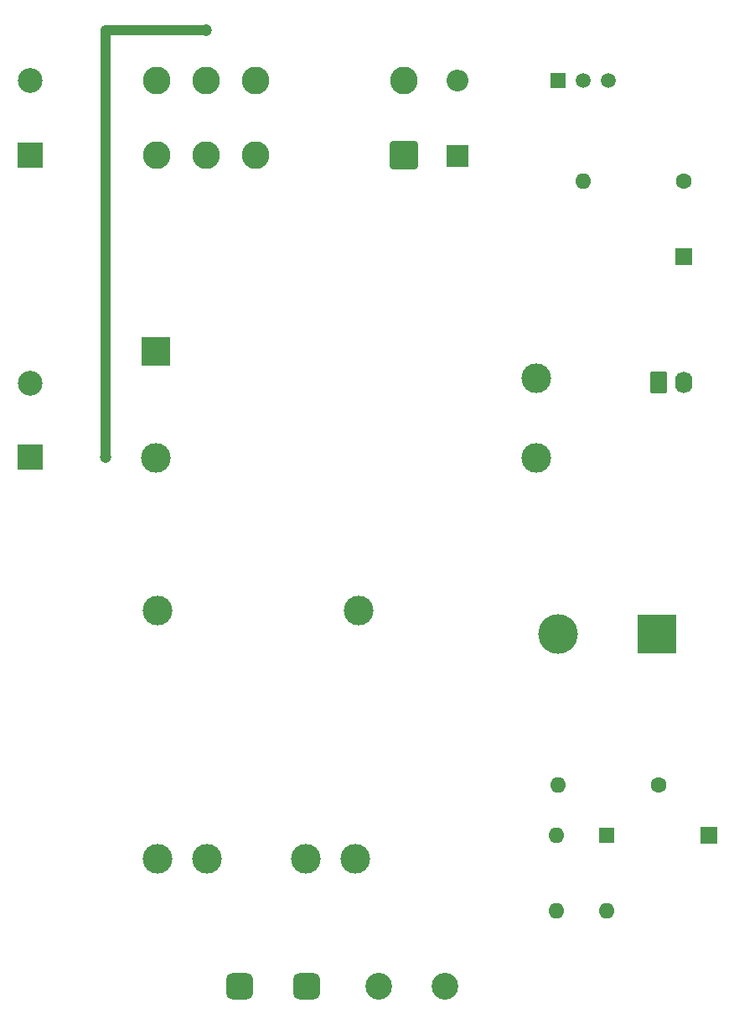
<source format=gbr>
%TF.GenerationSoftware,KiCad,Pcbnew,8.0.6*%
%TF.CreationDate,2025-01-21T14:29:15+01:00*%
%TF.ProjectId,Stromversorgung,5374726f-6d76-4657-9273-6f7267756e67,rev?*%
%TF.SameCoordinates,Original*%
%TF.FileFunction,Copper,L1,Top*%
%TF.FilePolarity,Positive*%
%FSLAX46Y46*%
G04 Gerber Fmt 4.6, Leading zero omitted, Abs format (unit mm)*
G04 Created by KiCad (PCBNEW 8.0.6) date 2025-01-21 14:29:15*
%MOMM*%
%LPD*%
G01*
G04 APERTURE LIST*
G04 Aperture macros list*
%AMRoundRect*
0 Rectangle with rounded corners*
0 $1 Rounding radius*
0 $2 $3 $4 $5 $6 $7 $8 $9 X,Y pos of 4 corners*
0 Add a 4 corners polygon primitive as box body*
4,1,4,$2,$3,$4,$5,$6,$7,$8,$9,$2,$3,0*
0 Add four circle primitives for the rounded corners*
1,1,$1+$1,$2,$3*
1,1,$1+$1,$4,$5*
1,1,$1+$1,$6,$7*
1,1,$1+$1,$8,$9*
0 Add four rect primitives between the rounded corners*
20,1,$1+$1,$2,$3,$4,$5,0*
20,1,$1+$1,$4,$5,$6,$7,0*
20,1,$1+$1,$6,$7,$8,$9,0*
20,1,$1+$1,$8,$9,$2,$3,0*%
G04 Aperture macros list end*
%TA.AperFunction,ComponentPad*%
%ADD10C,3.000000*%
%TD*%
%TA.AperFunction,ComponentPad*%
%ADD11RoundRect,0.675000X-0.675000X-0.675000X0.675000X-0.675000X0.675000X0.675000X-0.675000X0.675000X0*%
%TD*%
%TA.AperFunction,ComponentPad*%
%ADD12C,2.700000*%
%TD*%
%TA.AperFunction,ComponentPad*%
%ADD13RoundRect,0.250000X-0.620000X-0.845000X0.620000X-0.845000X0.620000X0.845000X-0.620000X0.845000X0*%
%TD*%
%TA.AperFunction,ComponentPad*%
%ADD14O,1.740000X2.190000*%
%TD*%
%TA.AperFunction,ComponentPad*%
%ADD15R,1.700000X1.700000*%
%TD*%
%TA.AperFunction,ComponentPad*%
%ADD16C,1.600000*%
%TD*%
%TA.AperFunction,ComponentPad*%
%ADD17O,1.600000X1.600000*%
%TD*%
%TA.AperFunction,ComponentPad*%
%ADD18R,1.600000X1.600000*%
%TD*%
%TA.AperFunction,ComponentPad*%
%ADD19R,1.500000X1.500000*%
%TD*%
%TA.AperFunction,ComponentPad*%
%ADD20C,1.500000*%
%TD*%
%TA.AperFunction,ComponentPad*%
%ADD21R,2.500000X2.500000*%
%TD*%
%TA.AperFunction,ComponentPad*%
%ADD22C,2.500000*%
%TD*%
%TA.AperFunction,ComponentPad*%
%ADD23C,2.800000*%
%TD*%
%TA.AperFunction,ComponentPad*%
%ADD24RoundRect,0.250000X1.150000X1.150000X-1.150000X1.150000X-1.150000X-1.150000X1.150000X-1.150000X0*%
%TD*%
%TA.AperFunction,ComponentPad*%
%ADD25R,3.000000X3.000000*%
%TD*%
%TA.AperFunction,ComponentPad*%
%ADD26R,4.000000X4.000000*%
%TD*%
%TA.AperFunction,ComponentPad*%
%ADD27C,4.000000*%
%TD*%
%TA.AperFunction,ComponentPad*%
%ADD28R,2.200000X2.200000*%
%TD*%
%TA.AperFunction,ComponentPad*%
%ADD29O,2.200000X2.200000*%
%TD*%
%TA.AperFunction,ViaPad*%
%ADD30C,1.200000*%
%TD*%
%TA.AperFunction,Conductor*%
%ADD31C,1.000000*%
%TD*%
G04 APERTURE END LIST*
D10*
%TO.P,T1,1,AA*%
%TO.N,Net-(J1-Pin_1)*%
X86520000Y-96720000D03*
%TO.P,T1,2,AB*%
%TO.N,Net-(J1-Pin_2)*%
X106840000Y-96720000D03*
%TO.P,T1,3,SA*%
%TO.N,Net-(T1-SA)*%
X106520000Y-121720000D03*
%TO.P,T1,4,SB*%
%TO.N,Net-(T1-SB)*%
X101520000Y-121720000D03*
%TO.P,T1,5,SC*%
X91520000Y-121720000D03*
%TO.P,T1,6,SD*%
%TO.N,Net-(T1-SD)*%
X86520000Y-121720000D03*
%TD*%
D11*
%TO.P,F1,1*%
%TO.N,Net-(T1-SD)*%
X94840000Y-134620000D03*
X101600000Y-134620000D03*
D12*
%TO.P,F1,2*%
%TO.N,Net-(D2-Pad4)*%
X108880000Y-134620000D03*
X115640000Y-134620000D03*
%TD*%
D13*
%TO.P,J3,1,Pin_1*%
%TO.N,+5V*%
X137160000Y-73660000D03*
D14*
%TO.P,J3,2,Pin_2*%
%TO.N,GNDD*%
X139700000Y-73660000D03*
%TD*%
D15*
%TO.P,J2,1,Pin_1*%
%TO.N,Net-(J2-Pin_1)*%
X139700000Y-60960000D03*
%TD*%
D16*
%TO.P,R2,1*%
%TO.N,Net-(D2-+)*%
X137160000Y-114300000D03*
D17*
%TO.P,R2,2*%
%TO.N,GNDD*%
X127000000Y-114300000D03*
%TD*%
D18*
%TO.P,D2,1,+*%
%TO.N,Net-(D2-+)*%
X131940000Y-119380000D03*
D17*
%TO.P,D2,2,-*%
%TO.N,GNDD*%
X126860000Y-119380000D03*
%TO.P,D2,3*%
%TO.N,Net-(T1-SA)*%
X126860000Y-127000000D03*
%TO.P,D2,4*%
%TO.N,Net-(D2-Pad4)*%
X131940000Y-127000000D03*
%TD*%
D19*
%TO.P,Q1,1,C*%
%TO.N,Net-(D1-A)*%
X127000000Y-43180000D03*
D20*
%TO.P,Q1,2,B*%
%TO.N,Net-(Q1-B)*%
X129540000Y-43180000D03*
%TO.P,Q1,3,E*%
%TO.N,GNDD*%
X132080000Y-43180000D03*
%TD*%
D21*
%TO.P,J4,1,Pin_1*%
%TO.N,Net-(J4-Pin_1)*%
X73660000Y-50680000D03*
D22*
%TO.P,J4,2,Pin_2*%
%TO.N,Net-(J4-Pin_2)*%
X73660000Y-43180000D03*
%TD*%
D15*
%TO.P,J5,1,Pin_1*%
%TO.N,Net-(D2-+)*%
X142240000Y-119380000D03*
%TD*%
D21*
%TO.P,J1,1,Pin_1*%
%TO.N,Net-(J1-Pin_1)*%
X73660000Y-81220000D03*
D22*
%TO.P,J1,2,Pin_2*%
%TO.N,Net-(J1-Pin_2)*%
X73660000Y-73720000D03*
%TD*%
D16*
%TO.P,R1,1*%
%TO.N,Net-(J2-Pin_1)*%
X139700000Y-53340000D03*
D17*
%TO.P,R1,2*%
%TO.N,Net-(Q1-B)*%
X129540000Y-53340000D03*
%TD*%
D23*
%TO.P,K1,11*%
%TO.N,Net-(J1-Pin_2)*%
X91440000Y-50680000D03*
%TO.P,K1,12*%
%TO.N,unconnected-(K1-Pad12)*%
X96440000Y-50680000D03*
%TO.P,K1,14*%
%TO.N,Net-(J4-Pin_1)*%
X86440000Y-50680000D03*
%TO.P,K1,21*%
%TO.N,Net-(J1-Pin_1)*%
X91440000Y-43180000D03*
%TO.P,K1,22*%
%TO.N,unconnected-(K1-Pad22)*%
X96440000Y-43180000D03*
%TO.P,K1,24*%
%TO.N,Net-(J4-Pin_2)*%
X86440000Y-43180000D03*
D24*
%TO.P,K1,A1*%
%TO.N,+5V*%
X111440000Y-50680000D03*
D23*
%TO.P,K1,A2*%
%TO.N,Net-(D1-A)*%
X111440000Y-43180000D03*
%TD*%
D25*
%TO.P,PS1,1,AC/N*%
%TO.N,Net-(J1-Pin_2)*%
X86360000Y-70530000D03*
D10*
%TO.P,PS1,2,AC/L*%
%TO.N,Net-(J1-Pin_1)*%
X86360000Y-81280000D03*
%TO.P,PS1,3,-Vo*%
%TO.N,GNDD*%
X124860000Y-81280000D03*
%TO.P,PS1,4,+Vo*%
%TO.N,+5V*%
X124860000Y-73280000D03*
%TD*%
D26*
%TO.P,C1,1*%
%TO.N,Net-(D2-+)*%
X137000000Y-99060000D03*
D27*
%TO.P,C1,2*%
%TO.N,GNDD*%
X127000000Y-99060000D03*
%TD*%
D28*
%TO.P,D1,1,K*%
%TO.N,+5V*%
X116840000Y-50800000D03*
D29*
%TO.P,D1,2,A*%
%TO.N,Net-(D1-A)*%
X116840000Y-43180000D03*
%TD*%
D30*
%TO.N,Net-(J1-Pin_1)*%
X91440000Y-38100000D03*
X81280000Y-81220000D03*
%TD*%
D31*
%TO.N,Net-(J1-Pin_1)*%
X81280000Y-81220000D02*
X81280000Y-38100000D01*
X81280000Y-38100000D02*
X91440000Y-38100000D01*
%TD*%
M02*

</source>
